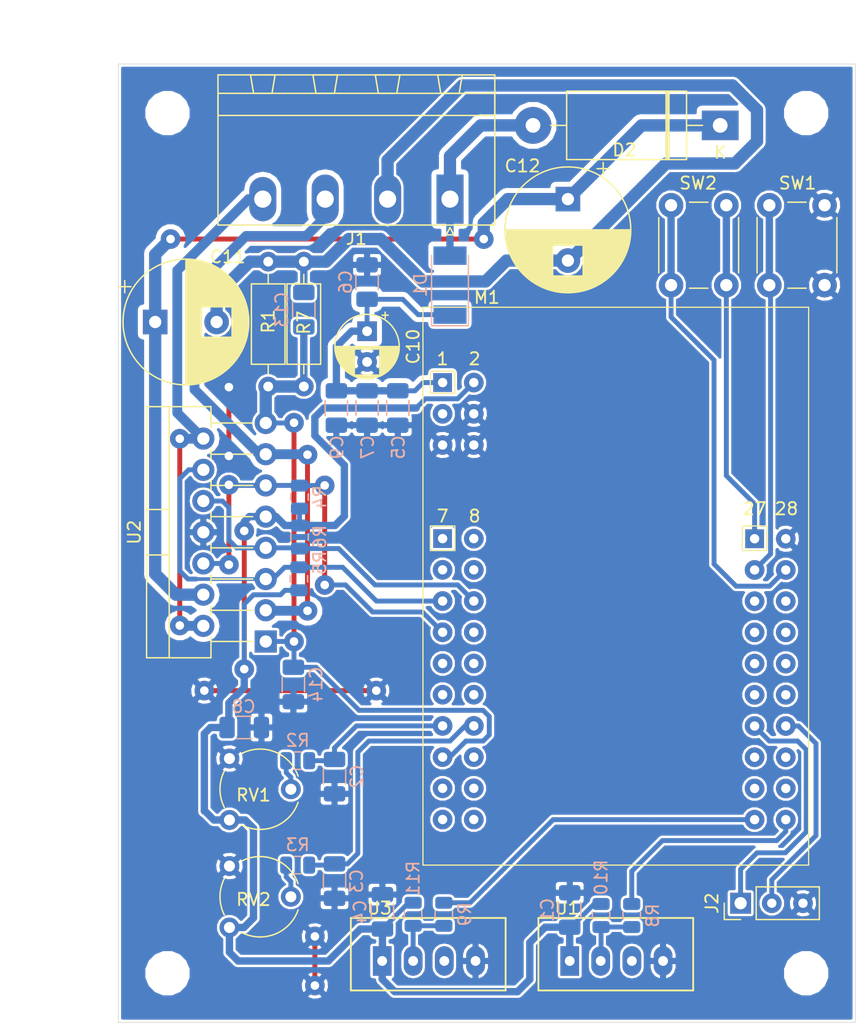
<source format=kicad_pcb>
(kicad_pcb (version 20171130) (host pcbnew "(5.0.0)")
  (layers (0 F.Cu signal) (31 B.Cu signal) (34 B.Paste user) (35 F.Paste user) (36 B.SilkS user) (37 F.SilkS user) (38 B.Mask user) (39 F.Mask user) (44 Edge.Cuts user))
  (net 0 "")
  (net 1 +5V)
  (net 2 /DHT1)
  (net 3 GND)
  (net 4 "Net-(M1-Pad15)")
  (net 5 "Net-(M1-Pad14)")
  (net 6 "Net-(M1-Pad16)")
  (net 7 "Net-(M1-Pad24)")
  (net 8 "Net-(M1-Pad23)")
  (net 9 "Net-(M1-Pad26)")
  (net 10 "Net-(M1-Pad25)")
  (net 11 "Net-(M1-Pad22)")
  (net 12 "Net-(M1-Pad18)")
  (net 13 "Net-(M1-Pad17)")
  (net 14 "Net-(M1-Pad10)")
  (net 15 "Net-(M1-Pad7)")
  (net 16 "Net-(M1-Pad8)")
  (net 17 "Net-(M1-Pad9)")
  (net 18 "Net-(M1-Pad32)")
  (net 19 "Net-(M1-Pad31)")
  (net 20 "Net-(M1-Pad33)")
  (net 21 "Net-(M1-Pad34)")
  (net 22 "Net-(M1-Pad44)")
  (net 23 "Net-(M1-Pad41)")
  (net 24 "Net-(M1-Pad42)")
  (net 25 "Net-(M1-Pad43)")
  (net 26 "Net-(M1-Pad37)")
  (net 27 "Net-(M1-Pad35)")
  (net 28 "Net-(M1-Pad38)")
  (net 29 "Net-(M1-Pad36)")
  (net 30 /12VDC)
  (net 31 "Net-(M1-Pad3)")
  (net 32 /MOTA)
  (net 33 /MOTB)
  (net 34 /DHT2)
  (net 35 /AD1)
  (net 36 /AD2)
  (net 37 /12V1)
  (net 38 "Net-(D1-Pad2)")
  (net 39 "Net-(R2-Pad2)")
  (net 40 "Net-(R3-Pad2)")
  (net 41 /ADC)
  (net 42 /GND1)
  (net 43 /L298_ENA)
  (net 44 /L298_IN1)
  (net 45 /L298_IN2)
  (net 46 "Net-(R10-Pad1)")
  (net 47 "Net-(R11-Pad1)")
  (net 48 /3VDC)
  (net 49 /BOOT)
  (net 50 /~RST)
  (net 51 /UART_TX)
  (net 52 /UART_RX)
  (module Connector_Wire:SolderWirePad_1x01_Drill0.8mm (layer F.Cu) (at 80 76.3)
    (fp_text reference REF** hide)
    (fp_text value SolderWirePad_1x01_Drill0.8mm)
    (pad 1 thru_hole circle (at 0 0) (size 1.6 1.6) (drill 0.7) (layers *.Cu *.Mask) (net 3 GND))
  )
  (module Connector_Wire:SolderWirePad_1x01_Drill0.8mm (layer F.Cu) (at 80 81.9)
    (fp_text reference REF** hide)
    (fp_text value SolderWirePad_1x01_Drill0.8mm)
    (pad 1 thru_hole circle (at 0 0) (size 1.6 1.6) (drill 0.7) (layers *.Cu *.Mask) (net 3 GND))
  )
  (module Connector_Wire:SolderWirePad_1x01_Drill0.8mm (layer F.Cu) (at 87 121)
    (fp_text reference REF** hide)
    (fp_text value SolderWirePad_1x01_Drill0.8mm)
    (pad 1 thru_hole circle (at 0 0) (size 1.6 1.6) (drill 0.7) (layers *.Cu *.Mask) (net 3 GND))
  )
  (module Connector_Wire:SolderWirePad_1x01_Drill0.8mm (layer F.Cu) (at 87 125)
    (fp_text reference REF** hide)
    (fp_text value SolderWirePad_1x01_Drill0.8mm)
    (pad 1 thru_hole circle (at 0 0) (size 1.6 1.6) (drill 0.7) (layers *.Cu *.Mask) (net 3 GND))
  )
  (module Connector_Wire:SolderWirePad_1x01_Drill0.8mm (layer F.Cu) (at 92 101)
    (fp_text reference REF** hide)
    (fp_text value SolderWirePad_1x01_Drill0.8mm)
    (pad 1 thru_hole circle (at 0 0) (size 1.6 1.6) (drill 0.7) (layers *.Cu *.Mask) (net 3 GND))
  )
  (module MountingHole:MountingHole_3.2mm_M3 (layer F.Cu) (at 75 124)
    (fp_text reference REF** hide)
    (fp_text value MountingHole_3.2mm_M3)
    (pad 1 np_thru_hole circle (at 0 0) (size 3.2 3.2) (drill 3.2) (layers *.Cu *.Mask))
  )
  (module MountingHole:MountingHole_3.2mm_M3 (layer F.Cu) (at 127 124)
    (fp_text reference REF** hide)
    (fp_text value MountingHole_3.2mm_M3)
    (pad 1 np_thru_hole circle (at 0 0) (size 3.2 3.2) (drill 3.2) (layers *.Cu *.Mask))
  )
  (module MountingHole:MountingHole_3.2mm_M3 (layer F.Cu) (at 127 54)
    (fp_text reference REF** hide)
    (fp_text value MountingHole_3.2mm_M3)
    (pad 1 np_thru_hole circle (at 0 0) (size 3.2 3.2) (drill 3.2) (layers *.Cu *.Mask))
  )
  (module dth11:DHT11 (layer F.Cu) (at 109 123)
    (fp_text reference U1 (at -1.47 -4.3) (layer F.SilkS))
    (fp_text value DHT11)
    (pad 4 thru_hole oval (at 6.35 0) (size 1.524 2.4) (drill 0.8) (layers *.Cu *.Mask) (net 3 GND))
    (pad 3 thru_hole oval (at 3.81 0) (size 1.524 2.4) (drill 0.8) (layers *.Cu *.Mask))
    (pad 2 thru_hole oval (at 1.27 0) (size 1.524 2.4) (drill 0.8) (layers *.Cu *.Mask) (net 46 "Net-(R10-Pad1)"))
    (pad 1 thru_hole rect (at -1.25 0) (size 1.524 2.4) (drill 0.8) (layers *.Cu *.Mask) (net 1 +5V))
  )
  (module unicon:unicon (layer F.Cu) (at 96 115)
    (fp_text reference M1 (at 5 -46) (layer F.SilkS))
    (fp_text value UniCon)
    (fp_text user 1 (at 1.4 -41) (layer F.SilkS))
    (fp_text user 2 (at 4 -41) (layer F.SilkS))
    (fp_text user 7 (at 1.4 -28.2) (layer F.SilkS))
    (fp_text user 8 (at 4 -28.2) (layer F.SilkS))
    (fp_text user 27 (at 26.8 -28.8) (layer F.SilkS))
    (fp_text user 28 (at 29.4 -28.8) (layer F.SilkS))
    (pad 15 thru_hole circle (at 1.4 -16.21) (size 1.6 1.6) (drill 0.762) (layers *.Cu *.Mask) (net 4 "Net-(M1-Pad15)"))
    (pad 13 thru_hole circle (at 1.4 -18.75) (size 1.6 1.6) (drill 0.762) (layers *.Cu *.Mask) (net 43 /L298_ENA))
    (pad 14 thru_hole circle (at 3.94 -18.75) (size 1.6 1.6) (drill 0.762) (layers *.Cu *.Mask) (net 5 "Net-(M1-Pad14)"))
    (pad 16 thru_hole circle (at 3.94 -16.21) (size 1.6 1.6) (drill 0.762) (layers *.Cu *.Mask) (net 6 "Net-(M1-Pad16)"))
    (pad 24 thru_hole circle (at 3.94 -6.05) (size 1.6 1.6) (drill 0.762) (layers *.Cu *.Mask) (net 7 "Net-(M1-Pad24)"))
    (pad 23 thru_hole circle (at 1.4 -6.05) (size 1.6 1.6) (drill 0.762) (layers *.Cu *.Mask) (net 8 "Net-(M1-Pad23)"))
    (pad 26 thru_hole circle (at 3.94 -3.51) (size 1.6 1.6) (drill 0.762) (layers *.Cu *.Mask) (net 9 "Net-(M1-Pad26)"))
    (pad 25 thru_hole circle (at 1.4 -3.51) (size 1.6 1.6) (drill 0.762) (layers *.Cu *.Mask) (net 10 "Net-(M1-Pad25)"))
    (pad 20 thru_hole circle (at 3.94 -11.13) (size 1.6 1.6) (drill 0.762) (layers *.Cu *.Mask) (net 36 /AD2))
    (pad 22 thru_hole circle (at 3.94 -8.59) (size 1.6 1.6) (drill 0.762) (layers *.Cu *.Mask) (net 11 "Net-(M1-Pad22)"))
    (pad 21 thru_hole circle (at 1.4 -8.59) (size 1.6 1.6) (drill 0.762) (layers *.Cu *.Mask) (net 41 /ADC))
    (pad 19 thru_hole circle (at 1.4 -11.13) (size 1.6 1.6) (drill 0.762) (layers *.Cu *.Mask) (net 35 /AD1))
    (pad 18 thru_hole circle (at 3.94 -13.67) (size 1.6 1.6) (drill 0.762) (layers *.Cu *.Mask) (net 12 "Net-(M1-Pad18)"))
    (pad 17 thru_hole circle (at 1.4 -13.67) (size 1.6 1.6) (drill 0.762) (layers *.Cu *.Mask) (net 13 "Net-(M1-Pad17)"))
    (pad 10 thru_hole circle (at 3.94 -23.83) (size 1.6 1.6) (drill 0.762) (layers *.Cu *.Mask) (net 14 "Net-(M1-Pad10)"))
    (pad 11 thru_hole circle (at 1.4 -21.29) (size 1.6 1.6) (drill 0.762) (layers *.Cu *.Mask) (net 44 /L298_IN1))
    (pad 12 thru_hole circle (at 3.94 -21.29) (size 1.6 1.6) (drill 0.762) (layers *.Cu *.Mask) (net 45 /L298_IN2))
    (pad 7 thru_hole rect (at 1.4 -26.37) (size 1.524 1.524) (drill 0.762) (layers *.Cu *.Mask) (net 15 "Net-(M1-Pad7)"))
    (pad 8 thru_hole circle (at 3.94 -26.37) (size 1.6 1.6) (drill 0.762) (layers *.Cu *.Mask) (net 16 "Net-(M1-Pad8)"))
    (pad 9 thru_hole circle (at 1.4 -23.83) (size 1.6 1.6) (drill 0.762) (layers *.Cu *.Mask) (net 17 "Net-(M1-Pad9)"))
    (pad 32 thru_hole circle (at 29.34 -21.28) (size 1.6 1.6) (drill 0.762) (layers *.Cu *.Mask) (net 18 "Net-(M1-Pad32)"))
    (pad 31 thru_hole circle (at 26.8 -21.28) (size 1.6 1.6) (drill 0.762) (layers *.Cu *.Mask) (net 19 "Net-(M1-Pad31)"))
    (pad 27 thru_hole rect (at 26.8 -26.36) (size 1.524 1.524) (drill 0.762) (layers *.Cu *.Mask) (net 48 /3VDC))
    (pad 28 thru_hole circle (at 29.34 -26.36) (size 1.6 1.6) (drill 0.762) (layers *.Cu *.Mask) (net 3 GND))
    (pad 30 thru_hole circle (at 29.34 -23.82) (size 1.6 1.6) (drill 0.762) (layers *.Cu *.Mask) (net 49 /BOOT))
    (pad 29 thru_hole circle (at 26.8 -23.82) (size 1.6 1.6) (drill 0.762) (layers *.Cu *.Mask) (net 50 /~RST))
    (pad 33 thru_hole circle (at 26.8 -18.74) (size 1.6 1.6) (drill 0.762) (layers *.Cu *.Mask) (net 20 "Net-(M1-Pad33)"))
    (pad 34 thru_hole circle (at 29.34 -18.74) (size 1.6 1.6) (drill 0.762) (layers *.Cu *.Mask) (net 21 "Net-(M1-Pad34)"))
    (pad 44 thru_hole circle (at 29.34 -6.04) (size 1.6 1.6) (drill 0.762) (layers *.Cu *.Mask) (net 22 "Net-(M1-Pad44)"))
    (pad 41 thru_hole circle (at 26.8 -8.58) (size 1.6 1.6) (drill 0.762) (layers *.Cu *.Mask) (net 23 "Net-(M1-Pad41)"))
    (pad 42 thru_hole circle (at 29.34 -8.58) (size 1.6 1.6) (drill 0.762) (layers *.Cu *.Mask) (net 24 "Net-(M1-Pad42)"))
    (pad 43 thru_hole circle (at 26.8 -6.04) (size 1.6 1.6) (drill 0.762) (layers *.Cu *.Mask) (net 25 "Net-(M1-Pad43)"))
    (pad 45 thru_hole circle (at 26.8 -3.5) (size 1.6 1.6) (drill 0.762) (layers *.Cu *.Mask) (net 2 /DHT1))
    (pad 46 thru_hole circle (at 29.34 -3.5) (size 1.6 1.6) (drill 0.762) (layers *.Cu *.Mask) (net 34 /DHT2))
    (pad 39 thru_hole circle (at 26.8 -11.12) (size 1.6 1.6) (drill 0.762) (layers *.Cu *.Mask) (net 51 /UART_TX))
    (pad 37 thru_hole circle (at 26.8 -13.66) (size 1.6 1.6) (drill 0.762) (layers *.Cu *.Mask) (net 26 "Net-(M1-Pad37)"))
    (pad 35 thru_hole circle (at 26.8 -16.2) (size 1.6 1.6) (drill 0.762) (layers *.Cu *.Mask) (net 27 "Net-(M1-Pad35)"))
    (pad 38 thru_hole circle (at 29.34 -13.66) (size 1.6 1.6) (drill 0.762) (layers *.Cu *.Mask) (net 28 "Net-(M1-Pad38)"))
    (pad 36 thru_hole circle (at 29.34 -16.2) (size 1.6 1.6) (drill 0.762) (layers *.Cu *.Mask) (net 29 "Net-(M1-Pad36)"))
    (pad 40 thru_hole circle (at 29.34 -11.12) (size 1.6 1.6) (drill 0.762) (layers *.Cu *.Mask) (net 52 /UART_RX))
    (pad 1 thru_hole rect (at 1.4 -39.07) (size 1.524 1.524) (drill 0.762) (layers *.Cu *.Mask) (net 37 /12V1))
    (pad 6 thru_hole circle (at 3.94 -33.99) (size 1.6 1.6) (drill 0.762) (layers *.Cu *.Mask) (net 3 GND))
    (pad 5 thru_hole circle (at 1.4 -33.99) (size 1.6 1.6) (drill 0.762) (layers *.Cu *.Mask) (net 3 GND))
    (pad 3 thru_hole circle (at 1.4 -36.53) (size 1.6 1.6) (drill 0.762) (layers *.Cu *.Mask) (net 31 "Net-(M1-Pad3)"))
    (pad 2 thru_hole circle (at 3.94 -39.07) (size 1.6 1.6) (drill 0.762) (layers *.Cu *.Mask) (net 1 +5V))
    (pad 4 thru_hole circle (at 3.94 -36.53) (size 1.6 1.6) (drill 0.762) (layers *.Cu *.Mask) (net 3 GND))
  )
  (module Package_TO_SOT_THT:TO-220-15_P2.54x2.54mm_StaggerOdd_Lead4.58mm_Vertical (layer F.Cu) (at 83 97 90)
    (fp_text reference U2 (at 8.89 -10.7 90) (layer F.SilkS))
    (fp_text value L298HN)
    (pad 1 thru_hole rect (at 0 0 90) (size 1.8 1.8) (drill 1) (layers *.Cu *.Mask) (net 41 /ADC))
    (pad 2 thru_hole oval (at 1.27 -5.08 90) (size 1.8 1.8) (drill 1) (layers *.Cu *.Mask) (net 32 /MOTA))
    (pad 3 thru_hole oval (at 2.54 0 90) (size 1.8 1.8) (drill 1) (layers *.Cu *.Mask) (net 33 /MOTB))
    (pad 4 thru_hole oval (at 3.81 -5.08 90) (size 1.8 1.8) (drill 1) (layers *.Cu *.Mask) (net 30 /12VDC))
    (pad 5 thru_hole oval (at 5.08 0 90) (size 1.8 1.8) (drill 1) (layers *.Cu *.Mask) (net 44 /L298_IN1))
    (pad 6 thru_hole oval (at 6.35 -5.08 90) (size 1.8 1.8) (drill 1) (layers *.Cu *.Mask) (net 43 /L298_ENA))
    (pad 7 thru_hole oval (at 7.62 0 90) (size 1.8 1.8) (drill 1) (layers *.Cu *.Mask) (net 45 /L298_IN2))
    (pad 8 thru_hole oval (at 8.89 -5.08 90) (size 1.8 1.8) (drill 1) (layers *.Cu *.Mask) (net 3 GND))
    (pad 9 thru_hole oval (at 10.16 0 90) (size 1.8 1.8) (drill 1) (layers *.Cu *.Mask) (net 1 +5V))
    (pad 10 thru_hole oval (at 11.43 -5.08 90) (size 1.8 1.8) (drill 1) (layers *.Cu *.Mask) (net 45 /L298_IN2))
    (pad 11 thru_hole oval (at 12.7 0 90) (size 1.8 1.8) (drill 1) (layers *.Cu *.Mask) (net 43 /L298_ENA))
    (pad 12 thru_hole oval (at 13.97 -5.08 90) (size 1.8 1.8) (drill 1) (layers *.Cu *.Mask) (net 44 /L298_IN1))
    (pad 13 thru_hole oval (at 15.24 0 90) (size 1.8 1.8) (drill 1) (layers *.Cu *.Mask) (net 33 /MOTB))
    (pad 14 thru_hole oval (at 16.51 -5.08 90) (size 1.8 1.8) (drill 1) (layers *.Cu *.Mask) (net 32 /MOTA))
    (pad 15 thru_hole oval (at 17.78 0 90) (size 1.8 1.8) (drill 1) (layers *.Cu *.Mask) (net 41 /ADC))
  )
  (module dth11:DHT11 (layer F.Cu) (at 93.73 123)
    (fp_text reference U3 (at -1.47 -4.3) (layer F.SilkS))
    (fp_text value DHT11)
    (pad 1 thru_hole rect (at -1.25 0) (size 1.524 2.4) (drill 0.8) (layers *.Cu *.Mask) (net 1 +5V))
    (pad 2 thru_hole oval (at 1.27 0) (size 1.524 2.4) (drill 0.8) (layers *.Cu *.Mask) (net 47 "Net-(R11-Pad1)"))
    (pad 3 thru_hole oval (at 3.81 0) (size 1.524 2.4) (drill 0.8) (layers *.Cu *.Mask))
    (pad 4 thru_hole oval (at 6.35 0) (size 1.524 2.4) (drill 0.8) (layers *.Cu *.Mask) (net 3 GND))
  )
  (module Capacitor_SMD:C_1206_3216Metric (layer B.Cu) (at 107.75 118.85 270)
    (fp_text reference C1 (at 0 1.82 270) (layer B.SilkS) (effects (justify mirror)))
    (fp_text value 0.1)
    (pad 2 smd roundrect (at 1.4 0 270) (size 1.25 1.75) (layers B.Cu B.Paste B.Mask) (roundrect_rratio 0.2) (net 1 +5V))
    (pad 1 smd roundrect (at -1.4 0 270) (size 1.25 1.75) (layers B.Cu B.Paste B.Mask) (roundrect_rratio 0.2) (net 3 GND))
  )
  (module Capacitor_SMD:C_1206_3216Metric (layer B.Cu) (at 88.6 108 90)
    (fp_text reference C2 (at 0 1.82 90) (layer B.SilkS) (effects (justify mirror)))
    (fp_text value 0.1)
    (pad 2 smd roundrect (at 1.4 0 90) (size 1.25 1.75) (layers B.Cu B.Paste B.Mask) (roundrect_rratio 0.2) (net 35 /AD1))
    (pad 1 smd roundrect (at -1.4 0 90) (size 1.25 1.75) (layers B.Cu B.Paste B.Mask) (roundrect_rratio 0.2) (net 3 GND))
  )
  (module Capacitor_SMD:C_1206_3216Metric (layer B.Cu) (at 88.6 116.5 90)
    (fp_text reference C3 (at 0 1.8 90) (layer B.SilkS) (effects (justify mirror)))
    (fp_text value 0.1)
    (pad 1 smd roundrect (at -1.4 0 90) (size 1.25 1.75) (layers B.Cu B.Paste B.Mask) (roundrect_rratio 0.2) (net 3 GND))
    (pad 2 smd roundrect (at 1.4 0 90) (size 1.25 1.75) (layers B.Cu B.Paste B.Mask) (roundrect_rratio 0.2) (net 36 /AD2))
  )
  (module Capacitor_SMD:C_1206_3216Metric (layer B.Cu) (at 92.5 119 270)
    (fp_text reference C4 (at 0 1.82 270) (layer B.SilkS) (effects (justify mirror)))
    (fp_text value 0.1)
    (pad 1 smd roundrect (at -1.4 0 270) (size 1.25 1.75) (layers B.Cu B.Paste B.Mask) (roundrect_rratio 0.2) (net 3 GND))
    (pad 2 smd roundrect (at 1.4 0 270) (size 1.25 1.75) (layers B.Cu B.Paste B.Mask) (roundrect_rratio 0.2) (net 1 +5V))
  )
  (module Capacitor_SMD:C_1206_3216Metric (layer B.Cu) (at 93.75 78 270)
    (fp_text reference C5 (at 3.2 -0.05 270) (layer B.SilkS) (effects (justify mirror)))
    (fp_text value 0.1)
    (pad 1 smd roundrect (at -1.4 0 270) (size 1.25 1.75) (layers B.Cu B.Paste B.Mask) (roundrect_rratio 0.2) (net 37 /12V1))
    (pad 2 smd roundrect (at 1.4 0 270) (size 1.25 1.75) (layers B.Cu B.Paste B.Mask) (roundrect_rratio 0.2) (net 3 GND))
  )
  (module Capacitor_SMD:C_1206_3216Metric (layer B.Cu) (at 91.25 67.75 90)
    (fp_text reference C6 (at 0 -1.75 90) (layer B.SilkS) (effects (justify mirror)))
    (fp_text value 0.1)
    (pad 2 smd roundrect (at 1.4 0 90) (size 1.25 1.75) (layers B.Cu B.Paste B.Mask) (roundrect_rratio 0.2) (net 3 GND))
    (pad 1 smd roundrect (at -1.4 0 90) (size 1.25 1.75) (layers B.Cu B.Paste B.Mask) (roundrect_rratio 0.2) (net 37 /12V1))
  )
  (module Capacitor_SMD:C_1206_3216Metric (layer B.Cu) (at 91.25 78 270)
    (fp_text reference C7 (at 3.2 -0.05 270) (layer B.SilkS) (effects (justify mirror)))
    (fp_text value 0.1)
    (pad 1 smd roundrect (at -1.4 0 270) (size 1.25 1.75) (layers B.Cu B.Paste B.Mask) (roundrect_rratio 0.2) (net 37 /12V1))
    (pad 2 smd roundrect (at 1.4 0 270) (size 1.25 1.75) (layers B.Cu B.Paste B.Mask) (roundrect_rratio 0.2) (net 3 GND))
  )
  (module Capacitor_SMD:C_1206_3216Metric (layer B.Cu) (at 81.25 104)
    (fp_text reference C8 (at -0.05 -1.7) (layer B.SilkS) (effects (justify mirror)))
    (fp_text value 0.1)
    (pad 2 smd roundrect (at 1.4 0) (size 1.25 1.75) (layers B.Cu B.Paste B.Mask) (roundrect_rratio 0.2) (net 3 GND))
    (pad 1 smd roundrect (at -1.4 0) (size 1.25 1.75) (layers B.Cu B.Paste B.Mask) (roundrect_rratio 0.2) (net 1 +5V))
  )
  (module Capacitor_SMD:C_1206_3216Metric (layer B.Cu) (at 88.75 78 270)
    (fp_text reference C9 (at 3.2 -0.05 270) (layer B.SilkS) (effects (justify mirror)))
    (fp_text value 0.1)
    (pad 1 smd roundrect (at -1.4 0 270) (size 1.25 1.75) (layers B.Cu B.Paste B.Mask) (roundrect_rratio 0.2) (net 37 /12V1))
    (pad 2 smd roundrect (at 1.4 0 270) (size 1.25 1.75) (layers B.Cu B.Paste B.Mask) (roundrect_rratio 0.2) (net 3 GND))
  )
  (module Capacitor_THT:CP_Radial_D5.0mm_P2.50mm (layer F.Cu) (at 91.25 71.75 270)
    (fp_text reference C10 (at 1.25 -3.75 270) (layer F.SilkS))
    (fp_text value CP)
    (pad 1 thru_hole rect (at 0 0 270) (size 1.6 1.6) (drill 0.8) (layers *.Cu *.Mask) (net 37 /12V1))
    (pad 2 thru_hole circle (at 2.5 0 270) (size 1.6 1.6) (drill 0.8) (layers *.Cu *.Mask) (net 3 GND))
  )
  (module Diode_SMD:D_MELF (layer B.Cu) (at 98 68 90)
    (fp_text reference D1 (at 0 -2.4 90) (layer B.SilkS) (effects (justify mirror)))
    (fp_text value D)
    (pad 1 smd rect (at -2.4 0 90) (size 1.5 2.7) (layers B.Cu B.Paste B.Mask) (net 37 /12V1))
    (pad 2 smd rect (at 2.4 0 90) (size 1.5 2.7) (layers B.Cu B.Paste B.Mask) (net 38 "Net-(D1-Pad2)"))
  )
  (module Diode_THT:D_DO-27_P15.24mm_Horizontal (layer F.Cu) (at 120 55 180)
    (fp_text reference D2 (at 7.8 -2 180) (layer F.SilkS))
    (fp_text value D)
    (fp_text user K (at 0 -2.2 180) (layer F.SilkS))
    (pad 1 thru_hole rect (at 0 0 180) (size 3 2.4) (drill 1.2) (layers *.Cu *.Mask) (net 30 /12VDC))
    (pad 2 thru_hole circle (at 15.24 0 180) (size 3 3) (drill 1.2) (layers *.Cu *.Mask) (net 38 "Net-(D1-Pad2)"))
  )
  (module Resistor_SMD:R_0805_2012Metric (layer B.Cu) (at 85.6 106.7 180)
    (fp_text reference R2 (at 0 1.65 180) (layer B.SilkS) (effects (justify mirror)))
    (fp_text value 10k)
    (pad 2 smd roundrect (at 0.9375 0 180) (size 0.975 1.4) (layers B.Cu B.Paste B.Mask) (net 39 "Net-(R2-Pad2)"))
    (pad 1 smd roundrect (at -0.9375 0 180) (size 0.975 1.4) (layers B.Cu B.Paste B.Mask) (net 35 /AD1))
  )
  (module Resistor_SMD:R_0805_2012Metric (layer B.Cu) (at 85.6 115.2 180)
    (fp_text reference R3 (at 0 1.65 180) (layer B.SilkS) (effects (justify mirror)))
    (fp_text value 10k)
    (pad 1 smd roundrect (at -0.9375 0 180) (size 0.975 1.4) (layers B.Cu B.Paste B.Mask) (net 36 /AD2))
    (pad 2 smd roundrect (at 0.9375 0 180) (size 0.975 1.4) (layers B.Cu B.Paste B.Mask) (net 40 "Net-(R3-Pad2)"))
  )
  (module Resistor_SMD:R_0805_2012Metric (layer B.Cu) (at 85.75 85.25 90)
    (fp_text reference R4 (at 0 1.65 90) (layer B.SilkS) (effects (justify mirror)))
    (fp_text value 10k)
    (pad 1 smd roundrect (at -0.9375 0 90) (size 0.975 1.4) (layers B.Cu B.Paste B.Mask) (net 1 +5V))
    (pad 2 smd roundrect (at 0.9375 0 90) (size 0.975 1.4) (layers B.Cu B.Paste B.Mask) (net 43 /L298_ENA))
  )
  (module Resistor_SMD:R_0805_2012Metric (layer B.Cu) (at 85.7 91.9 90)
    (fp_text reference R5 (at 1.3 1.7 90) (layer B.SilkS) (effects (justify mirror)))
    (fp_text value 10k)
    (pad 2 smd roundrect (at 0.9375 0 90) (size 0.975 1.4) (layers B.Cu B.Paste B.Mask) (net 44 /L298_IN1))
    (pad 1 smd roundrect (at -0.9375 0 90) (size 0.975 1.4) (layers B.Cu B.Paste B.Mask) (net 1 +5V))
  )
  (module Resistor_SMD:R_0805_2012Metric (layer B.Cu) (at 85.75 88.5 270)
    (fp_text reference R6 (at 0 -1.65 270) (layer B.SilkS) (effects (justify mirror)))
    (fp_text value 10k)
    (pad 1 smd roundrect (at -0.9375 0 270) (size 0.975 1.4) (layers B.Cu B.Paste B.Mask) (net 1 +5V))
    (pad 2 smd roundrect (at 0.9375 0 270) (size 0.975 1.4) (layers B.Cu B.Paste B.Mask) (net 45 /L298_IN2))
  )
  (module Capacitor_THT:CP_Radial_D10.0mm_P5.00mm (layer F.Cu) (at 74 71)
    (fp_text reference C11 (at 5.9 -5.3 180) (layer F.SilkS))
    (fp_text value CP)
    (pad 2 thru_hole circle (at 5 0) (size 2 2) (drill 1) (layers *.Cu *.Mask) (net 42 /GND1))
    (pad 1 thru_hole rect (at 0 0) (size 2 2) (drill 1) (layers *.Cu *.Mask) (net 30 /12VDC))
  )
  (module Capacitor_THT:CP_Radial_D10.0mm_P5.00mm (layer F.Cu) (at 107.6 61 270)
    (fp_text reference C12 (at -2.7 3.7) (layer F.SilkS))
    (fp_text value CP)
    (pad 1 thru_hole rect (at 0 0 270) (size 2 2) (drill 1) (layers *.Cu *.Mask) (net 30 /12VDC))
    (pad 2 thru_hole circle (at 5 0 270) (size 2 2) (drill 1) (layers *.Cu *.Mask) (net 42 /GND1))
  )
  (module Potentiometer_THT:Potentiometer_Piher_PT-6-V_Vertical (layer F.Cu) (at 80.045001 111.525001)
    (fp_text reference RV1 (at 1.954999 -2.025001) (layer F.SilkS))
    (fp_text value 5k)
    (pad 1 thru_hole circle (at 0 0) (size 1.62 1.62) (drill 0.9) (layers *.Cu *.Mask) (net 1 +5V))
    (pad 2 thru_hole circle (at 5 -2.5) (size 1.62 1.62) (drill 0.9) (layers *.Cu *.Mask) (net 39 "Net-(R2-Pad2)"))
    (pad 3 thru_hole circle (at 0 -5) (size 1.62 1.62) (drill 0.9) (layers *.Cu *.Mask) (net 3 GND))
  )
  (module Potentiometer_THT:Potentiometer_Piher_PT-6-V_Vertical (layer F.Cu) (at 80.045001 120.275001)
    (fp_text reference RV2 (at 1.954999 -2.275001) (layer F.SilkS))
    (fp_text value 5k)
    (pad 3 thru_hole circle (at 0 -5) (size 1.62 1.62) (drill 0.9) (layers *.Cu *.Mask) (net 3 GND))
    (pad 2 thru_hole circle (at 5 -2.5) (size 1.62 1.62) (drill 0.9) (layers *.Cu *.Mask) (net 40 "Net-(R3-Pad2)"))
    (pad 1 thru_hole circle (at 0 0) (size 1.62 1.62) (drill 0.9) (layers *.Cu *.Mask) (net 1 +5V))
  )
  (module Capacitor_SMD:C_1206_3216Metric (layer B.Cu) (at 86.1 70 90)
    (fp_text reference C13 (at 0 -1.8 90) (layer B.SilkS) (effects (justify mirror)))
    (fp_text value 0.1)
    (pad 1 smd roundrect (at -1.4 0 90) (size 1.25 1.75) (layers B.Cu B.Paste B.Mask) (roundrect_rratio 0.2) (net 41 /ADC))
    (pad 2 smd roundrect (at 1.4 0 90) (size 1.25 1.75) (layers B.Cu B.Paste B.Mask) (roundrect_rratio 0.2) (net 42 /GND1))
  )
  (module Connector_Phoenix_MSTB:PhoenixContact_MSTBA_2,5_4-G-5,08_1x04_P5.08mm_Horizontal (layer F.Cu) (at 98 61 180)
    (fp_text reference J1 (at 7.62 -3.2 180) (layer F.SilkS))
    (fp_text value POWER)
    (pad 1 thru_hole rect (at 0 0 180) (size 2.2 4) (drill 1.4) (layers *.Cu *.Mask) (net 38 "Net-(D1-Pad2)"))
    (pad 2 thru_hole oval (at 5.08 0 180) (size 2.2 4) (drill 1.4) (layers *.Cu *.Mask) (net 42 /GND1))
    (pad 3 thru_hole oval (at 10.16 0 180) (size 2.2 4) (drill 1.4) (layers *.Cu *.Mask) (net 33 /MOTB))
    (pad 4 thru_hole oval (at 15.24 0 180) (size 2.2 3.6) (drill 1.4) (layers *.Cu *.Mask) (net 32 /MOTA))
  )
  (module Resistor_THT:R_Axial_DIN0207_L6.3mm_D2.5mm_P10.16mm_Horizontal (layer F.Cu) (at 83.2 76.25 90)
    (fp_text reference R1 (at 5.3 0 90) (layer F.SilkS))
    (fp_text value 1R0)
    (pad 1 thru_hole circle (at 0 0 90) (size 1.6 1.6) (drill 0.8) (layers *.Cu *.Mask) (net 41 /ADC))
    (pad 2 thru_hole oval (at 10.16 0 90) (size 1.6 1.6) (drill 0.8) (layers *.Cu *.Mask) (net 42 /GND1))
  )
  (module Resistor_THT:R_Axial_DIN0207_L6.3mm_D2.5mm_P10.16mm_Horizontal (layer F.Cu) (at 86.1 76.25 90)
    (fp_text reference R7 (at 5.2 0 90) (layer F.SilkS))
    (fp_text value 1R0)
    (pad 2 thru_hole oval (at 10.16 0 90) (size 1.6 1.6) (drill 0.8) (layers *.Cu *.Mask) (net 42 /GND1))
    (pad 1 thru_hole circle (at 0 0 90) (size 1.6 1.6) (drill 0.8) (layers *.Cu *.Mask) (net 41 /ADC))
  )
  (module Capacitor_SMD:C_1206_3216Metric (layer B.Cu) (at 85.25 100.5 270)
    (fp_text reference C14 (at 0 -1.85 270) (layer B.SilkS) (effects (justify mirror)))
    (fp_text value 0.1)
    (pad 1 smd roundrect (at -1.4 0 270) (size 1.25 1.75) (layers B.Cu B.Paste B.Mask) (roundrect_rratio 0.2) (net 41 /ADC))
    (pad 2 smd roundrect (at 1.4 0 270) (size 1.25 1.75) (layers B.Cu B.Paste B.Mask) (roundrect_rratio 0.2) (net 3 GND))
  )
  (module MountingHole:MountingHole_3.2mm_M3 (layer F.Cu) (at 75 54)
    (fp_text reference REF** hide)
    (fp_text value MountingHole_3.2mm_M3)
    (pad 1 np_thru_hole circle (at 0 0) (size 3.2 3.2) (drill 3.2) (layers *.Cu *.Mask))
  )
  (module Resistor_SMD:R_0805_2012Metric (layer B.Cu) (at 112.8 119.3 270)
    (fp_text reference R8 (at 0 -1.7 270) (layer B.SilkS) (effects (justify mirror)))
    (fp_text value 47R)
    (pad 2 smd roundrect (at 0.9375 0 270) (size 0.975 1.4) (layers B.Cu B.Paste B.Mask) (net 46 "Net-(R10-Pad1)"))
    (pad 1 smd roundrect (at -0.9375 0 270) (size 0.975 1.4) (layers B.Cu B.Paste B.Mask) (net 34 /DHT2))
  )
  (module Resistor_SMD:R_0805_2012Metric (layer B.Cu) (at 97.5 119.2 270)
    (fp_text reference R9 (at 0 -1.7 270) (layer B.SilkS) (effects (justify mirror)))
    (fp_text value 47R)
    (pad 1 smd roundrect (at -0.9375 0 270) (size 0.975 1.4) (layers B.Cu B.Paste B.Mask) (net 2 /DHT1))
    (pad 2 smd roundrect (at 0.9375 0 270) (size 0.975 1.4) (layers B.Cu B.Paste B.Mask) (net 47 "Net-(R11-Pad1)"))
  )
  (module Resistor_SMD:R_0805_2012Metric (layer B.Cu) (at 110.3 119.3 90)
    (fp_text reference R10 (at 3.1 0 90) (layer B.SilkS) (effects (justify mirror)))
    (fp_text value 4,7k)
    (pad 2 smd roundrect (at 0.9375 0 90) (size 0.975 1.4) (layers B.Cu B.Paste B.Mask) (net 1 +5V))
    (pad 1 smd roundrect (at -0.9375 0 90) (size 0.975 1.4) (layers B.Cu B.Paste B.Mask) (net 46 "Net-(R10-Pad1)"))
  )
  (module Resistor_SMD:R_0805_2012Metric (layer B.Cu) (at 95 119.2 90)
    (fp_text reference R11 (at 2.9 0 90) (layer B.SilkS) (effects (justify mirror)))
    (fp_text value 4,7k)
    (pad 1 smd roundrect (at -0.9375 0 90) (size 0.975 1.4) (layers B.Cu B.Paste B.Mask) (net 47 "Net-(R11-Pad1)"))
    (pad 2 smd roundrect (at 0.9375 0 90) (size 0.975 1.4) (layers B.Cu B.Paste B.Mask) (net 1 +5V))
  )
  (module Connector_Wire:SolderWirePad_1x01_Drill0.8mm (layer F.Cu) (at 78 101)
    (fp_text reference REF** hide)
    (fp_text value SolderWirePad_1x01_Drill0.8mm)
    (pad 1 thru_hole circle (at 0 0) (size 1.6 1.6) (drill 0.7) (layers *.Cu *.Mask) (net 3 GND))
  )
  (module Button_Switch_THT:SW_PUSH_6mm_H5mm (layer F.Cu) (at 124 68 90)
    (fp_text reference SW1 (at 8.3 2.3 180) (layer F.SilkS))
    (fp_text value RESET)
    (pad 1 thru_hole circle (at 6.5 0 180) (size 2 2) (drill 1) (layers *.Cu *.Mask) (net 50 /~RST))
    (pad 2 thru_hole circle (at 6.5 4.5 180) (size 2 2) (drill 1) (layers *.Cu *.Mask) (net 3 GND))
    (pad 1 thru_hole circle (at 0 0 180) (size 2 2) (drill 1) (layers *.Cu *.Mask) (net 50 /~RST))
    (pad 2 thru_hole circle (at 0 4.5 180) (size 2 2) (drill 1) (layers *.Cu *.Mask) (net 3 GND))
  )
  (module Button_Switch_THT:SW_PUSH_6mm_H5mm (layer F.Cu) (at 116 68 90)
    (fp_text reference SW2 (at 8.3 2.2) (layer F.SilkS))
    (fp_text value RESET)
    (pad 2 thru_hole circle (at 0 4.5 180) (size 2 2) (drill 1) (layers *.Cu *.Mask) (net 48 /3VDC))
    (pad 1 thru_hole circle (at 0 0 180) (size 2 2) (drill 1) (layers *.Cu *.Mask) (net 49 /BOOT))
    (pad 2 thru_hole circle (at 6.5 4.5 180) (size 2 2) (drill 1) (layers *.Cu *.Mask) (net 48 /3VDC))
    (pad 1 thru_hole circle (at 6.5 0 180) (size 2 2) (drill 1) (layers *.Cu *.Mask) (net 49 /BOOT))
  )
  (module Connector_PinHeader_2.54mm:PinHeader_1x03_P2.54mm_Vertical (layer F.Cu) (at 121.66 118.3 90)
    (fp_text reference J2 (at 0 -2.33 90) (layer F.SilkS))
    (fp_text value UART)
    (pad 1 thru_hole rect (at 0 0 90) (size 1.7 1.7) (drill 1) (layers *.Cu *.Mask) (net 51 /UART_TX))
    (pad 2 thru_hole circle (at 0 2.54 90) (size 1.6 1.6) (drill 0.762) (layers *.Cu *.Mask) (net 52 /UART_RX))
    (pad 3 thru_hole circle (at 0 5.08 90) (size 1.6 1.6) (drill 0.762) (layers *.Cu *.Mask) (net 3 GND))
  )
  (gr_line (start 71 128) (end 71 50) (layer Edge.Cuts) (width 0.05))
  (gr_line (start 131 128) (end 71 128) (layer Edge.Cuts) (width 0.05))
  (gr_line (start 131 50) (end 131 128) (layer Edge.Cuts) (width 0.05))
  (gr_line (start 71 50) (end 131 50) (layer Edge.Cuts) (width 0.05))
  (segment (start 92.5 122.98) (end 92.48 123) (width 0.6) (layer B.Cu) (net 1))
  (segment (start 92.5 120.4) (end 92.5 122.98) (width 0.6) (layer B.Cu) (net 1))
  (segment (start 107.75 120.25) (end 107.75 123) (width 0.6) (layer B.Cu) (net 1))
  (segment (start 105.75 120.25) (end 107.75 120.25) (width 0.6) (layer B.Cu) (net 1))
  (segment (start 92.48 123) (end 92.48 124.48) (width 0.6) (layer B.Cu) (net 1))
  (segment (start 93.5 125.5) (end 103.5 125.5) (width 0.6) (layer B.Cu) (net 1))
  (segment (start 92.48 124.48) (end 93.5 125.5) (width 0.6) (layer B.Cu) (net 1))
  (segment (start 103.5 125.5) (end 104.5 124.5) (width 0.6) (layer B.Cu) (net 1))
  (segment (start 104.5 124.5) (end 104.5 121.5) (width 0.6) (layer B.Cu) (net 1))
  (segment (start 104.5 121.5) (end 105.75 120.25) (width 0.6) (layer B.Cu) (net 1))
  (segment (start 83 86.84) (end 83.84 86.84) (width 0.6) (layer B.Cu) (net 1))
  (segment (start 84.5625 87.5625) (end 85.75 87.5625) (width 0.6) (layer B.Cu) (net 1))
  (segment (start 83.84 86.84) (end 84.5625 87.5625) (width 0.6) (layer B.Cu) (net 1))
  (segment (start 85.75 86.1875) (end 85.75 87.5625) (width 0.4) (layer B.Cu) (net 1))
  (via (at 81.25 88) (size 1.6) (drill 0.7) (layers F.Cu B.Cu) (net 1))
  (via (at 81.25 99.25) (size 1.6) (drill 0.7) (layers F.Cu B.Cu) (net 1))
  (segment (start 81.25 88) (end 81.25 99.25) (width 0.4) (layer F.Cu) (net 1))
  (segment (start 81.25 87.25) (end 81.25 88) (width 0.6) (layer B.Cu) (net 1))
  (segment (start 83 86.84) (end 81.66 86.84) (width 0.6) (layer B.Cu) (net 1))
  (segment (start 81.66 86.84) (end 81.25 87.25) (width 0.6) (layer B.Cu) (net 1))
  (segment (start 98.62 77.25) (end 99.94 75.93) (width 0.4) (layer B.Cu) (net 1))
  (segment (start 96 77.25) (end 98.62 77.25) (width 0.4) (layer B.Cu) (net 1))
  (segment (start 95 78) (end 95.25 78) (width 0.4) (layer B.Cu) (net 1))
  (segment (start 95.25 78) (end 96 77.25) (width 0.4) (layer B.Cu) (net 1))
  (segment (start 87.75 78) (end 95.25 78) (width 0.6) (layer B.Cu) (net 1))
  (segment (start 87 78.75) (end 87.75 78) (width 0.6) (layer B.Cu) (net 1))
  (segment (start 87 80.25) (end 87 78.75) (width 0.6) (layer B.Cu) (net 1))
  (segment (start 84.5625 92.8375) (end 85.7 92.8375) (width 0.4) (layer B.Cu) (net 1))
  (segment (start 84.2 93.2) (end 84.5625 92.8375) (width 0.4) (layer B.Cu) (net 1))
  (segment (start 82 93.2) (end 84.2 93.2) (width 0.4) (layer B.Cu) (net 1))
  (segment (start 81.25 99.25) (end 81.25 93.95) (width 0.4) (layer B.Cu) (net 1))
  (segment (start 81.25 93.95) (end 82 93.2) (width 0.4) (layer B.Cu) (net 1))
  (segment (start 85.75 87.5625) (end 88.6375 87.5625) (width 0.6) (layer B.Cu) (net 1))
  (segment (start 88.6375 87.5625) (end 89.4 86.8) (width 0.6) (layer B.Cu) (net 1))
  (segment (start 89.4 82.65) (end 87 80.25) (width 0.6) (layer B.Cu) (net 1))
  (segment (start 89.4 86.8) (end 89.4 82.65) (width 0.6) (layer B.Cu) (net 1))
  (segment (start 78.775001 111.525001) (end 80.045001 111.525001) (width 0.6) (layer B.Cu) (net 1))
  (segment (start 78 110.75) (end 78.775001 111.525001) (width 0.6) (layer B.Cu) (net 1))
  (segment (start 78 104.5) (end 78 110.8) (width 0.6) (layer B.Cu) (net 1))
  (segment (start 78.5 104) (end 78 104.5) (width 0.6) (layer B.Cu) (net 1))
  (segment (start 80 104) (end 78.5 104) (width 0.6) (layer B.Cu) (net 1))
  (segment (start 80 102) (end 80 104) (width 0.6) (layer B.Cu) (net 1))
  (segment (start 81.25 99.25) (end 81.25 100.75) (width 0.6) (layer B.Cu) (net 1))
  (segment (start 81.25 100.75) (end 80 102) (width 0.6) (layer B.Cu) (net 1))
  (segment (start 81.224999 120.275001) (end 80.045001 120.275001) (width 0.6) (layer B.Cu) (net 1))
  (segment (start 82 112.2) (end 82 119.5) (width 0.6) (layer B.Cu) (net 1))
  (segment (start 82 119.5) (end 81.224999 120.275001) (width 0.6) (layer B.Cu) (net 1))
  (segment (start 81.325001 111.525001) (end 82 112.2) (width 0.6) (layer B.Cu) (net 1))
  (segment (start 80.045001 111.525001) (end 81.325001 111.525001) (width 0.6) (layer B.Cu) (net 1))
  (segment (start 109.7375 118.3625) (end 110.3 118.3625) (width 0.4) (layer B.Cu) (net 1))
  (segment (start 107.75 120.25) (end 107.85 120.25) (width 0.4) (layer B.Cu) (net 1))
  (segment (start 107.85 120.25) (end 109.7375 118.3625) (width 0.4) (layer B.Cu) (net 1))
  (segment (start 94.6375 118.2625) (end 95 118.2625) (width 0.4) (layer B.Cu) (net 1))
  (segment (start 92.5 120.4) (end 94.6375 118.2625) (width 0.4) (layer B.Cu) (net 1))
  (segment (start 90.7 120.4) (end 92.5 120.4) (width 0.6) (layer B.Cu) (net 1))
  (segment (start 88.1 123) (end 90.7 120.4) (width 0.6) (layer B.Cu) (net 1))
  (segment (start 80.75 123) (end 88.1 123) (width 0.6) (layer B.Cu) (net 1))
  (segment (start 80.045001 120.275001) (end 80.045001 122.295001) (width 0.6) (layer B.Cu) (net 1))
  (segment (start 80.045001 122.295001) (end 80.75 123) (width 0.6) (layer B.Cu) (net 1))
  (segment (start 114.2 111.5) (end 122.8 111.5) (width 0.4) (layer B.Cu) (net 2))
  (segment (start 106.4 111.5) (end 114.2 111.5) (width 0.4) (layer B.Cu) (net 2))
  (segment (start 97.5 118.2625) (end 99.6375 118.2625) (width 0.4) (layer B.Cu) (net 2))
  (segment (start 99.6375 118.2625) (end 106.4 111.5) (width 0.4) (layer B.Cu) (net 2))
  (segment (start 78 101) (end 92 101) (width 0.4) (layer F.Cu) (net 3))
  (segment (start 87 121) (end 87 125) (width 0.4) (layer F.Cu) (net 3))
  (segment (start 80 76.3) (end 80 81.9) (width 0.4) (layer F.Cu) (net 3))
  (via (at 100.75 64.25) (size 1.6) (drill 0.7) (layers F.Cu B.Cu) (net 30))
  (segment (start 75.25 64.25) (end 100.75 64.25) (width 0.4) (layer F.Cu) (net 30))
  (via (at 75.25 64.25) (size 1.6) (drill 0.7) (layers F.Cu B.Cu) (net 30))
  (segment (start 75.69 93.19) (end 77.92 93.19) (width 1) (layer B.Cu) (net 30))
  (segment (start 74 91.5) (end 75.69 93.19) (width 1) (layer B.Cu) (net 30))
  (segment (start 75.25 64.25) (end 74 65.5) (width 1) (layer B.Cu) (net 30))
  (segment (start 74 65.5) (end 74 91.5) (width 1) (layer B.Cu) (net 30))
  (segment (start 100.75 62.95) (end 100.75 64.25) (width 1) (layer B.Cu) (net 30))
  (segment (start 102.7 61) (end 100.75 62.95) (width 1) (layer B.Cu) (net 30))
  (segment (start 107.6 61) (end 102.7 61) (width 1) (layer B.Cu) (net 30))
  (segment (start 120 55) (end 113.6 55) (width 1) (layer B.Cu) (net 30))
  (segment (start 113.6 55) (end 107.6 61) (width 1) (layer B.Cu) (net 30))
  (via (at 76 95.7) (size 1.6) (drill 0.7) (layers F.Cu B.Cu) (net 32))
  (segment (start 76.03 95.73) (end 77.92 95.73) (width 0.8) (layer B.Cu) (net 32))
  (segment (start 76 95.7) (end 76.03 95.73) (width 0.8) (layer B.Cu) (net 32))
  (via (at 76 80.5) (size 1.6) (drill 0.7) (layers F.Cu B.Cu) (net 32))
  (segment (start 77.91 80.5) (end 77.92 80.49) (width 0.8) (layer B.Cu) (net 32))
  (segment (start 76 80.5) (end 77.91 80.5) (width 0.8) (layer B.Cu) (net 32))
  (segment (start 76 80.5) (end 76 95.7) (width 0.4) (layer F.Cu) (net 32))
  (segment (start 77.9 80.47) (end 77.92 80.49) (width 0.8) (layer B.Cu) (net 32))
  (segment (start 81.6 61) (end 82.76 61) (width 0.8) (layer B.Cu) (net 32))
  (segment (start 75.8 66.8) (end 81.6 61) (width 0.8) (layer B.Cu) (net 32))
  (segment (start 77.9 80.5) (end 75.8 78.4) (width 0.8) (layer B.Cu) (net 32))
  (segment (start 75.8 78.4) (end 75.8 66.8) (width 0.8) (layer B.Cu) (net 32))
  (via (at 86.4 81.8) (size 1.6) (drill 0.7) (layers F.Cu B.Cu) (net 33))
  (segment (start 83 81.76) (end 86.36 81.76) (width 0.8) (layer B.Cu) (net 33))
  (segment (start 86.36 81.76) (end 86.4 81.8) (width 0.8) (layer B.Cu) (net 33))
  (via (at 86.4 94.5) (size 1.6) (drill 0.7) (layers F.Cu B.Cu) (net 33))
  (segment (start 86.4 81.8) (end 86.4 94.5) (width 0.4) (layer F.Cu) (net 33))
  (segment (start 83.04 94.5) (end 83 94.46) (width 0.8) (layer B.Cu) (net 33))
  (segment (start 86.4 94.5) (end 83.04 94.5) (width 0.8) (layer B.Cu) (net 33))
  (segment (start 87.84 62.46) (end 87.84 61) (width 0.8) (layer B.Cu) (net 33))
  (segment (start 82.46 81.76) (end 77.2 76.5) (width 0.8) (layer B.Cu) (net 33))
  (segment (start 83 81.76) (end 82.46 81.76) (width 0.8) (layer B.Cu) (net 33))
  (segment (start 77.2 76.5) (end 77.2 68.2) (width 0.8) (layer B.Cu) (net 33))
  (segment (start 77.2 68.2) (end 81.4 64) (width 0.8) (layer B.Cu) (net 33))
  (segment (start 81.4 64) (end 86.3 64) (width 0.8) (layer B.Cu) (net 33))
  (segment (start 86.3 64) (end 87.84 62.46) (width 0.8) (layer B.Cu) (net 33))
  (segment (start 125.34 112.46) (end 125.34 111.5) (width 0.4) (layer B.Cu) (net 34))
  (segment (start 124.6 113.2) (end 125.34 112.46) (width 0.4) (layer B.Cu) (net 34))
  (segment (start 115.3 113.2) (end 124.6 113.2) (width 0.4) (layer B.Cu) (net 34))
  (segment (start 112.8 118.4) (end 112.8 115.7) (width 0.4) (layer B.Cu) (net 34))
  (segment (start 112.8 115.7) (end 115.3 113.2) (width 0.4) (layer B.Cu) (net 34))
  (segment (start 77.32 91.92) (end 83 91.92) (width 0.3) (layer B.Cu) (net 44))
  (segment (start 76.67 91.92) (end 77.32 91.92) (width 0.4) (layer B.Cu) (net 44))
  (segment (start 76 91.25) (end 76.67 91.92) (width 0.4) (layer B.Cu) (net 44))
  (segment (start 76 83.75) (end 76 91.25) (width 0.4) (layer B.Cu) (net 44))
  (segment (start 77.92 83.03) (end 76.72 83.03) (width 0.4) (layer B.Cu) (net 44))
  (segment (start 76.72 83.03) (end 76 83.75) (width 0.4) (layer B.Cu) (net 44))
  (segment (start 85.7375 84.3) (end 85.75 84.3125) (width 0.4) (layer B.Cu) (net 43))
  (segment (start 83 84.3) (end 85.7375 84.3) (width 0.4) (layer B.Cu) (net 43))
  (via (at 80 90.75) (size 1.6) (drill 0.7) (layers F.Cu B.Cu) (net 43))
  (segment (start 79.9 90.65) (end 77.92 90.65) (width 0.4) (layer B.Cu) (net 43))
  (segment (start 80 90.75) (end 79.9 90.65) (width 0.4) (layer B.Cu) (net 43))
  (via (at 80 84.25) (size 1.6) (drill 0.7) (layers F.Cu B.Cu) (net 43))
  (segment (start 80.05 84.3) (end 83 84.3) (width 0.4) (layer B.Cu) (net 43))
  (segment (start 80 84.25) (end 80.05 84.3) (width 0.4) (layer B.Cu) (net 43))
  (segment (start 80 84.25) (end 80 90.75) (width 0.4) (layer F.Cu) (net 43))
  (segment (start 85.6925 89.38) (end 85.75 89.4375) (width 0.4) (layer B.Cu) (net 45))
  (segment (start 83 89.38) (end 85.6925 89.38) (width 0.4) (layer B.Cu) (net 45))
  (segment (start 80.63 89.38) (end 83 89.38) (width 0.4) (layer B.Cu) (net 45))
  (segment (start 80 88.75) (end 80.63 89.38) (width 0.4) (layer B.Cu) (net 45))
  (segment (start 80 86.1) (end 80 88.75) (width 0.4) (layer B.Cu) (net 45))
  (segment (start 77.92 85.57) (end 79.47 85.57) (width 0.4) (layer B.Cu) (net 45))
  (segment (start 79.47 85.57) (end 80 86.1) (width 0.4) (layer B.Cu) (net 45))
  (segment (start 88.5 106.7) (end 88.6 106.6) (width 0.4) (layer B.Cu) (net 35))
  (segment (start 86.5375 106.7) (end 88.5 106.7) (width 0.4) (layer B.Cu) (net 35))
  (segment (start 90.38 103.87) (end 97.4 103.87) (width 0.4) (layer B.Cu) (net 35))
  (segment (start 88.6 106.8) (end 88.6 105.65) (width 0.4) (layer B.Cu) (net 35))
  (segment (start 88.6 105.65) (end 90.38 103.87) (width 0.4) (layer B.Cu) (net 35))
  (segment (start 88.45 115.2) (end 88.5 115.25) (width 0.4) (layer B.Cu) (net 36))
  (segment (start 86.5375 115.2) (end 88.45 115.2) (width 0.4) (layer B.Cu) (net 36))
  (segment (start 88.6 115.1) (end 89.65 115.1) (width 0.4) (layer B.Cu) (net 36))
  (segment (start 89.65 115.1) (end 90.5 114.25) (width 0.4) (layer B.Cu) (net 36))
  (segment (start 90.5 114.25) (end 90.5 106) (width 0.4) (layer B.Cu) (net 36))
  (segment (start 99.23 103.87) (end 99.94 103.87) (width 0.4) (layer B.Cu) (net 36))
  (segment (start 90.5 106) (end 91.4 105.1) (width 0.4) (layer B.Cu) (net 36))
  (segment (start 91.4 105.1) (end 98 105.1) (width 0.4) (layer B.Cu) (net 36))
  (segment (start 98 105.1) (end 99.23 103.87) (width 0.4) (layer B.Cu) (net 36))
  (segment (start 91.25 69.15) (end 91.25 71.75) (width 0.4) (layer B.Cu) (net 37))
  (segment (start 98 70.4) (end 95.4 70.4) (width 0.4) (layer B.Cu) (net 37))
  (segment (start 94.15 69.15) (end 91.25 69.15) (width 0.4) (layer B.Cu) (net 37))
  (segment (start 95.4 70.4) (end 94.15 69.15) (width 0.4) (layer B.Cu) (net 37))
  (segment (start 95.82 75.93) (end 97.4 75.93) (width 0.4) (layer B.Cu) (net 37))
  (segment (start 93.75 76.6) (end 95.15 76.6) (width 0.4) (layer B.Cu) (net 37))
  (segment (start 95.15 76.6) (end 95.82 75.93) (width 0.4) (layer B.Cu) (net 37))
  (segment (start 88.75 76.6) (end 91.25 76.6) (width 0.6) (layer B.Cu) (net 37))
  (segment (start 91.25 76.6) (end 93.75 76.6) (width 0.6) (layer B.Cu) (net 37))
  (segment (start 88.75 73) (end 88.75 76.6) (width 0.6) (layer B.Cu) (net 37))
  (segment (start 91.25 71.75) (end 90 71.75) (width 0.6) (layer B.Cu) (net 37))
  (segment (start 90 71.75) (end 88.75 73) (width 0.6) (layer B.Cu) (net 37))
  (segment (start 98 61) (end 98 65.6) (width 0.6) (layer B.Cu) (net 38))
  (segment (start 98 61) (end 98 57.5) (width 1) (layer B.Cu) (net 38))
  (segment (start 100.5 55) (end 104.76 55) (width 1) (layer B.Cu) (net 38))
  (segment (start 98 57.5) (end 100.5 55) (width 1) (layer B.Cu) (net 38))
  (segment (start 84.6625 106.7) (end 84.6625 107.6625) (width 0.4) (layer B.Cu) (net 39))
  (segment (start 85.045001 108.045001) (end 85.045001 109.025001) (width 0.4) (layer B.Cu) (net 39))
  (segment (start 84.6625 107.6625) (end 85.045001 108.045001) (width 0.4) (layer B.Cu) (net 39))
  (segment (start 84.6625 115.2) (end 84.6625 116.1625) (width 0.4) (layer B.Cu) (net 40))
  (segment (start 85.045001 116.545001) (end 85.045001 117.775001) (width 0.4) (layer B.Cu) (net 40))
  (segment (start 84.6625 116.1625) (end 85.045001 116.545001) (width 0.4) (layer B.Cu) (net 40))
  (via (at 85.3 79.2) (size 1.6) (drill 0.7) (layers F.Cu B.Cu) (net 41))
  (segment (start 83 79.22) (end 85.28 79.22) (width 0.4) (layer B.Cu) (net 41))
  (segment (start 85.28 79.22) (end 85.3 79.2) (width 0.4) (layer B.Cu) (net 41))
  (via (at 85.3 97) (size 1.6) (drill 0.7) (layers F.Cu B.Cu) (net 41))
  (segment (start 85.3 79.2) (end 85.3 97) (width 0.4) (layer F.Cu) (net 41))
  (segment (start 85.3 97) (end 83 97) (width 0.4) (layer B.Cu) (net 41))
  (segment (start 85.3 99.05) (end 85.25 99.1) (width 0.4) (layer B.Cu) (net 41))
  (segment (start 85.3 97) (end 85.3 99.05) (width 0.4) (layer B.Cu) (net 41))
  (segment (start 86.1 71.4) (end 86.1 76.25) (width 0.6) (layer B.Cu) (net 41))
  (segment (start 97.99 106.41) (end 97.4 106.41) (width 0.4) (layer B.Cu) (net 41))
  (segment (start 99.3 105.1) (end 97.99 106.41) (width 0.4) (layer B.Cu) (net 41))
  (segment (start 100.7 105.1) (end 99.3 105.1) (width 0.4) (layer B.Cu) (net 41))
  (segment (start 87.1 99.1) (end 90.6 102.6) (width 0.4) (layer B.Cu) (net 41))
  (segment (start 90.6 102.6) (end 100.7 102.6) (width 0.4) (layer B.Cu) (net 41))
  (segment (start 85.25 99.1) (end 87.1 99.1) (width 0.4) (layer B.Cu) (net 41))
  (segment (start 100.7 102.6) (end 101.2 103.1) (width 0.4) (layer B.Cu) (net 41))
  (segment (start 101.2 103.1) (end 101.2 104.6) (width 0.4) (layer B.Cu) (net 41))
  (segment (start 101.2 104.6) (end 100.7 105.1) (width 0.4) (layer B.Cu) (net 41))
  (segment (start 83.35 76.25) (end 86.1 76.25) (width 1) (layer B.Cu) (net 41))
  (segment (start 83 79.22) (end 83 76.6) (width 1) (layer B.Cu) (net 41))
  (segment (start 83 76.6) (end 83.35 76.25) (width 1) (layer B.Cu) (net 41))
  (segment (start 86.1 66.09) (end 86.1 68.6) (width 0.6) (layer B.Cu) (net 42))
  (segment (start 81.71 66.09) (end 83 66.09) (width 1) (layer B.Cu) (net 42))
  (segment (start 79 71) (end 79 68.8) (width 1) (layer B.Cu) (net 42))
  (segment (start 79 68.8) (end 81.71 66.09) (width 1) (layer B.Cu) (net 42))
  (segment (start 92.92 57.83) (end 92.92 61) (width 1) (layer B.Cu) (net 42))
  (segment (start 121 51.75) (end 99 51.75) (width 1) (layer B.Cu) (net 42))
  (segment (start 107.6 66) (end 107.7 66) (width 1) (layer B.Cu) (net 42))
  (segment (start 99 51.75) (end 92.92 57.83) (width 1) (layer B.Cu) (net 42))
  (segment (start 115.6 58.1) (end 121.2 58.1) (width 1) (layer B.Cu) (net 42))
  (segment (start 121.2 58.1) (end 123 56.3) (width 1) (layer B.Cu) (net 42))
  (segment (start 107.7 66) (end 115.6 58.1) (width 1) (layer B.Cu) (net 42))
  (segment (start 123 56.3) (end 123 53.75) (width 1) (layer B.Cu) (net 42))
  (segment (start 123 53.75) (end 121 51.75) (width 1) (layer B.Cu) (net 42))
  (segment (start 83.01 66.09) (end 83 66.1) (width 1) (layer B.Cu) (net 42))
  (segment (start 87.91 66.09) (end 83.01 66.09) (width 1) (layer B.Cu) (net 42))
  (segment (start 102.6 66) (end 100.9 67.7) (width 1) (layer B.Cu) (net 42))
  (segment (start 107.6 66) (end 102.6 66) (width 1) (layer B.Cu) (net 42))
  (segment (start 100.9 67.7) (end 95.8 67.7) (width 1) (layer B.Cu) (net 42))
  (segment (start 95.8 67.7) (end 92.35 64.25) (width 1) (layer B.Cu) (net 42))
  (segment (start 92.35 64.25) (end 89.75 64.25) (width 1) (layer B.Cu) (net 42))
  (segment (start 89.75 64.25) (end 87.91 66.09) (width 1) (layer B.Cu) (net 42))
  (via (at 87.8 92.4) (size 1.6) (drill 0.7) (layers F.Cu B.Cu) (net 43))
  (segment (start 87.8 84.3) (end 87.8 92.4) (width 0.4) (layer F.Cu) (net 43))
  (via (at 87.8 84.3) (size 1.6) (drill 0.7) (layers F.Cu B.Cu) (net 43))
  (segment (start 95.75 94.6) (end 97.4 96.25) (width 0.4) (layer B.Cu) (net 43))
  (segment (start 91.7 94.6) (end 95.75 94.6) (width 0.4) (layer B.Cu) (net 43))
  (segment (start 87.8 92.4) (end 89.5 92.4) (width 0.4) (layer B.Cu) (net 43))
  (segment (start 89.5 92.4) (end 91.7 94.6) (width 0.4) (layer B.Cu) (net 43))
  (segment (start 87.7875 84.3125) (end 87.8 84.3) (width 0.4) (layer B.Cu) (net 43))
  (segment (start 85.75 84.3125) (end 87.7875 84.3125) (width 0.4) (layer B.Cu) (net 43))
  (segment (start 83 91.92) (end 83.58 91.92) (width 0.4) (layer B.Cu) (net 44))
  (segment (start 84.5375 90.9625) (end 85.7 90.9625) (width 0.4) (layer B.Cu) (net 44))
  (segment (start 83.58 91.92) (end 84.5375 90.9625) (width 0.4) (layer B.Cu) (net 44))
  (segment (start 92.01 93.71) (end 97.4 93.71) (width 0.4) (layer B.Cu) (net 44))
  (segment (start 85.7 90.9625) (end 89.2625 90.9625) (width 0.4) (layer B.Cu) (net 44))
  (segment (start 89.2625 90.9625) (end 92.01 93.71) (width 0.4) (layer B.Cu) (net 44))
  (segment (start 98.63 92.4) (end 99.94 93.71) (width 0.4) (layer B.Cu) (net 45))
  (segment (start 91.9 92.4) (end 98.63 92.4) (width 0.4) (layer B.Cu) (net 45))
  (segment (start 85.75 89.4375) (end 88.9375 89.4375) (width 0.4) (layer B.Cu) (net 45))
  (segment (start 88.9375 89.4375) (end 91.9 92.4) (width 0.4) (layer B.Cu) (net 45))
  (segment (start 110.3 120.2375) (end 112.8 120.2375) (width 0.4) (layer B.Cu) (net 46))
  (segment (start 110.3 122.97) (end 110.27 123) (width 0.4) (layer B.Cu) (net 46))
  (segment (start 110.3 120.2375) (end 110.3 122.97) (width 0.4) (layer B.Cu) (net 46))
  (segment (start 95 123) (end 95 120.1375) (width 0.4) (layer B.Cu) (net 47))
  (segment (start 95 120.1375) (end 97.5 120.1375) (width 0.4) (layer B.Cu) (net 47))
  (segment (start 120.5 61.5) (end 120.5 68) (width 0.6) (layer B.Cu) (net 48))
  (segment (start 120.5 68) (end 120.5 83.5) (width 0.4) (layer B.Cu) (net 48))
  (segment (start 122.8 85.8) (end 122.8 88.64) (width 0.4) (layer B.Cu) (net 48))
  (segment (start 120.5 83.5) (end 122.8 85.8) (width 0.4) (layer B.Cu) (net 48))
  (segment (start 116 61.5) (end 116 68) (width 0.6) (layer B.Cu) (net 49))
  (segment (start 124.02 92.5) (end 125.34 91.18) (width 0.4) (layer B.Cu) (net 49))
  (segment (start 121.3 92.5) (end 124.02 92.5) (width 0.4) (layer B.Cu) (net 49))
  (segment (start 119.5 90.7) (end 121.3 92.5) (width 0.4) (layer B.Cu) (net 49))
  (segment (start 119.5 74.1) (end 119.5 90.7) (width 0.4) (layer B.Cu) (net 49))
  (segment (start 116 68) (end 116 70.6) (width 0.4) (layer B.Cu) (net 49))
  (segment (start 116 70.6) (end 119.5 74.1) (width 0.4) (layer B.Cu) (net 49))
  (segment (start 124 61.5) (end 124 68) (width 0.6) (layer B.Cu) (net 50))
  (segment (start 124.1 89.88) (end 122.8 91.18) (width 0.4) (layer B.Cu) (net 50))
  (segment (start 124 68) (end 124.1 68.1) (width 0.4) (layer B.Cu) (net 50))
  (segment (start 124.1 68.1) (end 124.1 89.88) (width 0.4) (layer B.Cu) (net 50))
  (segment (start 122.8 103.88) (end 122.8 103.9) (width 0.4) (layer B.Cu) (net 51))
  (segment (start 122.8 103.9) (end 124 105.1) (width 0.4) (layer B.Cu) (net 51))
  (segment (start 124 105.1) (end 126.3 105.1) (width 0.4) (layer B.Cu) (net 51))
  (segment (start 126.3 105.1) (end 127 105.8) (width 0.4) (layer B.Cu) (net 51))
  (segment (start 127 105.8) (end 127 112.5) (width 0.4) (layer B.Cu) (net 51))
  (segment (start 127 112.5) (end 125.3 114.2) (width 0.4) (layer B.Cu) (net 51))
  (segment (start 125.3 114.2) (end 123 114.2) (width 0.4) (layer B.Cu) (net 51))
  (segment (start 121.66 115.54) (end 121.66 118.3) (width 0.4) (layer B.Cu) (net 51))
  (segment (start 123 114.2) (end 121.66 115.54) (width 0.4) (layer B.Cu) (net 51))
  (segment (start 124.2 116.4) (end 124.2 118.3) (width 0.4) (layer B.Cu) (net 52))
  (segment (start 127.8 112.8) (end 124.2 116.4) (width 0.4) (layer B.Cu) (net 52))
  (segment (start 127.8 105.3) (end 127.8 112.8) (width 0.4) (layer B.Cu) (net 52))
  (segment (start 125.34 103.88) (end 126.38 103.88) (width 0.4) (layer B.Cu) (net 52))
  (segment (start 126.38 103.88) (end 127.8 105.3) (width 0.4) (layer B.Cu) (net 52))
  (zone (net 3) (net_name GND) (layer B.Cu) (connect_pads (clearance 0.2)) (min_thickness 0.254) (fill yes (arc_segments 16) (thermal_gap 0.254) (thermal_bridge_width 0.508))
    (polygon (pts (xy 71 50) (xy 131 50) (xy 131 128) (xy 71 128)))
  )
)
</source>
